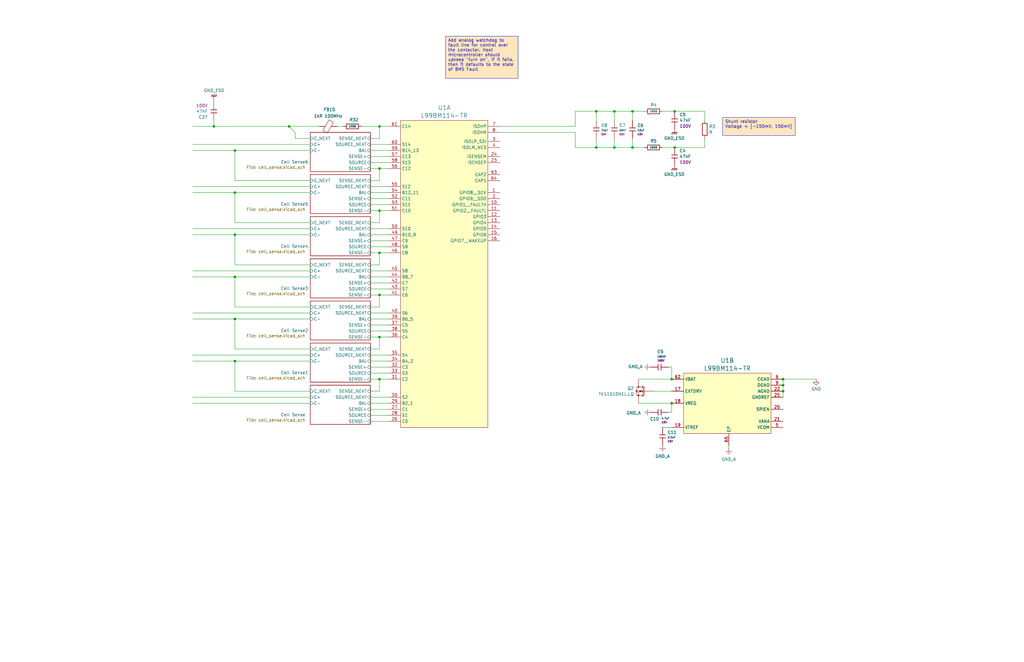
<source format=kicad_sch>
(kicad_sch (version 20250114) (generator "eeschema") (generator_version "9.0")
  (paper "B")
  (lib_symbols
    (symbol "Device:R" (pin_numbers (hide yes)) (pin_names (offset 0))
      (property "Reference" "R" (at 2.032 0 90))
      (property "Value" "R" (at 0 0 90))
      (symbol "R_0_1"
        (rectangle (start -1.016 -2.54) (end 1.016 2.54) (stroke (width 0.254)))
      )
      (symbol "R_1_1"
        (pin passive line (at 0 3.81 270) (length 1.27) (name "~") (number "1"))
        (pin passive line (at 0 -3.81 90) (length 1.27) (name "~") (number "2"))
      )
    )
    (symbol "L99BM114-TR_1"
      (property "Reference" "U" (at -17.526 -67.818 0))
      (property "Value" "L99BM114-TR" (at 19.304 -49.784 0))
      (symbol "L99BM114-TR_1_1_0"
        (rectangle (start -17.78 49.53) (end 19.05 -80.01) (stroke (width 0) (color 128 0 0 1)) (fill (type background)))
        (pin passive line (at -22.86 46.99 0) (length 5.08) (name "C14") (number "61"))
        (pin passive line (at -22.86 39.37 0) (length 5.08) (name "S14") (number "60"))
        (pin passive line (at -22.86 36.83 0) (length 5.08) (name "B14_13") (number "59"))
        (pin passive line (at -22.86 34.29 0) (length 5.08) (name "C13") (number "57"))
        (pin passive line (at -22.86 31.75 0) (length 5.08) (name "S13") (number "58"))
        (pin passive line (at -22.86 29.21 0) (length 5.08) (name "C12") (number "56"))
        (pin passive line (at -22.86 21.59 0) (length 5.08) (name "S12") (number "55"))
        (pin passive line (at -22.86 19.05 0) (length 5.08) (name "B12_11") (number "54"))
        (pin passive line (at -22.86 16.51 0) (length 5.08) (name "C11") (number "52"))
        (pin passive line (at -22.86 13.97 0) (length 5.08) (name "S11") (number "53"))
        (pin passive line (at -22.86 11.43 0) (length 5.08) (name "C10") (number "51"))
        (pin passive line (at -22.86 3.81 0) (length 5.08) (name "S10") (number "50"))
        (pin passive line (at -22.86 1.27 0) (length 5.08) (name "B10_9") (number "49"))
        (pin passive line (at -22.86 -1.27 0) (length 5.08) (name "C9") (number "47"))
        (pin passive line (at -22.86 -3.81 0) (length 5.08) (name "S9") (number "48"))
        (pin passive line (at -22.86 -6.35 0) (length 5.08) (name "C8") (number "46"))
        (pin passive line (at -22.86 -13.97 0) (length 5.08) (name "S8") (number "45"))
        (pin passive line (at -22.86 -16.51 0) (length 5.08) (name "B8_7") (number "44"))
        (pin passive line (at -22.86 -19.05 0) (length 5.08) (name "C7") (number "42"))
        (pin passive line (at -22.86 -21.59 0) (length 5.08) (name "S7") (number "43"))
        (pin passive line (at -22.86 -24.13 0) (length 5.08) (name "C6") (number "41"))
        (pin passive line (at -22.86 -31.75 0) (length 5.08) (name "S6") (number "40"))
        (pin passive line (at -22.86 -34.29 0) (length 5.08) (name "B6_5") (number "39"))
        (pin passive line (at -22.86 -36.83 0) (length 5.08) (name "C5") (number "37"))
        (pin passive line (at -22.86 -39.37 0) (length 5.08) (name "S5") (number "38"))
        (pin passive line (at -22.86 -41.91 0) (length 5.08) (name "C4") (number "36"))
        (pin passive line (at -22.86 -49.53 0) (length 5.08) (name "S4") (number "35"))
        (pin passive line (at -22.86 -52.07 0) (length 5.08) (name "B4_3") (number "34"))
        (pin passive line (at -22.86 -54.61 0) (length 5.08) (name "C3") (number "32"))
        (pin passive line (at -22.86 -57.15 0) (length 5.08) (name "S3") (number "33"))
        (pin passive line (at -22.86 -59.69 0) (length 5.08) (name "C2") (number "31"))
        (pin passive line (at -22.86 -67.31 0) (length 5.08) (name "S2") (number "30"))
        (pin passive line (at -22.86 -69.85 0) (length 5.08) (name "B2_1") (number "29"))
        (pin passive line (at -22.86 -72.39 0) (length 5.08) (name "C1") (number "27"))
        (pin passive line (at -22.86 -74.93 0) (length 5.08) (name "S1") (number "28"))
        (pin passive line (at -22.86 -77.47 0) (length 5.08) (name "C0") (number "26"))
        (pin passive line (at 24.13 46.99 180) (length 5.08) (name "ISOHP") (number "7"))
        (pin passive line (at 24.13 44.45 180) (length 5.08) (name "ISOHM") (number "8"))
        (pin passive line (at 24.13 40.64 180) (length 5.08) (name "ISOLP_SDI") (number "3"))
        (pin passive line (at 24.13 38.1 180) (length 5.08) (name "ISOLM_NCS") (number "4"))
        (pin passive line (at 24.13 34.29 180) (length 5.08) (name "ISENSEM") (number "24"))
        (pin passive line (at 24.13 31.75 180) (length 5.08) (name "ISENSEP") (number "23"))
        (pin passive line (at 24.13 26.67 180) (length 5.08) (name "CAP2") (number "63"))
        (pin passive line (at 24.13 24.13 180) (length 5.08) (name "CAP1") (number "64"))
        (pin passive line (at 24.13 19.05 180) (length 5.08) (name "GPIO8__SCK") (number "1"))
        (pin passive line (at 24.13 16.51 180) (length 5.08) (name "GPIO9__SDO") (number "2"))
        (pin passive line (at 24.13 13.97 180) (length 5.08) (name "GPIO1__FAULTH") (number "10"))
        (pin passive line (at 24.13 11.43 180) (length 5.08) (name "GPIO2__FAULTL") (number "11"))
        (pin passive line (at 24.13 8.89 180) (length 5.08) (name "GPIO3") (number "12"))
        (pin passive line (at 24.13 6.35 180) (length 5.08) (name "GPIO4") (number "13"))
        (pin passive line (at 24.13 3.81 180) (length 5.08) (name "GPIO5") (number "14"))
        (pin passive line (at 24.13 1.27 180) (length 5.08) (name "GPIO6") (number "15"))
        (pin passive line (at 24.13 -1.27 180) (length 5.08) (name "GPIO7__WAKEUP") (number "16"))
      )
      (symbol "L99BM114-TR_1_2_0"
        (rectangle (start -19.05 12.7) (end 17.78 -12.7) (stroke (width 0) (color 128 0 0 1)) (fill (type background)))
        (pin passive line (at -24.13 10.16 0) (length 5.08) (name "VBAT") (number "62"))
        (pin passive line (at -24.13 5.08 0) (length 5.08) (name "EXTDRV") (number "17"))
        (pin passive line (at -24.13 0 0) (length 5.08) (name "VREG") (number "18"))
        (pin passive line (at -24.13 -10.16 0) (length 5.08) (name "VTREF") (number "19"))
        (pin passive line (at 0 -17.78 90) (length 5.08) (name "EP") (number "65"))
        (pin passive line (at 22.86 10.16 180) (length 5.08) (name "CGND") (number "6"))
        (pin passive line (at 22.86 7.62 180) (length 5.08) (name "DGND") (number "9"))
        (pin passive line (at 22.86 5.08 180) (length 5.08) (name "AGND") (number "22"))
        (pin passive line (at 22.86 2.54 180) (length 5.08) (name "GNDREF") (number "25"))
        (pin passive line (at 22.86 -2.54 180) (length 5.08) (name "SPIEN") (number "20"))
        (pin passive line (at 22.86 -7.62 180) (length 5.08) (name "VANA") (number "21"))
        (pin passive line (at 22.86 -10.16 180) (length 5.08) (name "VCOM") (number "5"))
      )
    )
    (symbol "PCM_JLCPCB-Capacitors:0402,33pF" (pin_numbers (hide yes)) (pin_names (offset 0))
      (property "Reference" "C" (at 2.032 1.668 0))
      (property "Value" "33pF" (at 2.032 -0.3782 0))
      (property "Voltage Rated" "50V" (at 2.032 -2.0462 0))
      (symbol "0402,33pF_0_1"
        (polyline (pts (xy -1.27 0.635) (xy 1.27 0.635)) (stroke (width 0.254)))
        (polyline (pts (xy -1.27 -0.635) (xy 1.27 -0.635)) (stroke (width 0.254)))
      )
      (symbol "0402,33pF_1_1"
        (pin passive line (at 0 3.81 270) (length 3.175) (name "~") (number "1"))
        (pin passive line (at 0 -3.81 90) (length 3.175) (name "~") (number "2"))
      )
    )
    (symbol "PCM_JLCPCB-Capacitors:0603,10uF" (pin_numbers (hide yes)) (pin_names (offset 0))
      (property "Reference" "C" (at 2.032 1.668 0))
      (property "Value" "10uF" (at 2.032 -0.3782 0))
      (property "Voltage Rated" "10V" (at 2.032 -2.0462 0))
      (symbol "0603,10uF_0_1"
        (polyline (pts (xy -1.27 0.635) (xy 1.27 0.635)) (stroke (width 0.254)))
        (polyline (pts (xy -1.27 -0.635) (xy 1.27 -0.635)) (stroke (width 0.254)))
      )
      (symbol "0603,10uF_1_1"
        (pin passive line (at 0 3.81 270) (length 3.175) (name "~") (number "1"))
        (pin passive line (at 0 -3.81 90) (length 3.175) (name "~") (number "2"))
      )
    )
    (symbol "PCM_JLCPCB-Capacitors:0603,2.2uF" (pin_numbers (hide yes)) (pin_names (offset 0))
      (property "Reference" "C" (at 2.032 1.668 0))
      (property "Value" "2.2uF" (at 2.032 -0.3782 0))
      (property "Voltage Rated" "16V" (at 2.032 -2.0462 0))
      (symbol "0603,2.2uF_0_1"
        (polyline (pts (xy -1.27 0.635) (xy 1.27 0.635)) (stroke (width 0.254)))
        (polyline (pts (xy -1.27 -0.635) (xy 1.27 -0.635)) (stroke (width 0.254)))
      )
      (symbol "0603,2.2uF_1_1"
        (pin passive line (at 0 3.81 270) (length 3.175) (name "~") (number "1"))
        (pin passive line (at 0 -3.81 90) (length 3.175) (name "~") (number "2"))
      )
    )
    (symbol "PCM_JLCPCB-Capacitors:0603,4.7uF" (pin_numbers (hide yes)) (pin_names (offset 0))
      (property "Reference" "C" (at 2.032 1.668 0))
      (property "Value" "4.7uF" (at 2.032 -0.3782 0))
      (property "Voltage Rated" "16V" (at 2.032 -2.0462 0))
      (symbol "0603,4.7uF_0_1"
        (polyline (pts (xy -1.27 0.635) (xy 1.27 0.635)) (stroke (width 0.254)))
        (polyline (pts (xy -1.27 -0.635) (xy 1.27 -0.635)) (stroke (width 0.254)))
      )
      (symbol "0603,4.7uF_1_1"
        (pin passive line (at 0 3.81 270) (length 3.175) (name "~") (number "1"))
        (pin passive line (at 0 -3.81 90) (length 3.175) (name "~") (number "2"))
      )
    )
    (symbol "PCM_JLCPCB-Capacitors:0603,68nF" (pin_numbers (hide yes)) (pin_names (offset 0))
      (property "Reference" "C" (at 2.032 1.668 0))
      (property "Value" "68nF" (at 2.032 -0.3782 0))
      (property "Voltage Rated" "50V" (at 2.032 -2.0462 0))
      (symbol "0603,68nF_0_1"
        (polyline (pts (xy -1.27 0.635) (xy 1.27 0.635)) (stroke (width 0.254)))
        (polyline (pts (xy -1.27 -0.635) (xy 1.27 -0.635)) (stroke (width 0.254)))
      )
      (symbol "0603,68nF_1_1"
        (pin passive line (at 0 3.81 270) (length 3.175) (name "~") (number "1"))
        (pin passive line (at 0 -3.81 90) (length 3.175) (name "~") (number "2"))
      )
    )
    (symbol "PCM_JLCPCB-Capacitors:0805,100nF" (pin_numbers (hide yes)) (pin_names (offset 0))
      (property "Reference" "C" (at 2.032 1.668 0))
      (property "Value" "100nF" (at 2.032 -0.3782 0))
      (property "Voltage Rated" "100V" (at 2.032 -2.0462 0))
      (symbol "0805,100nF_0_1"
        (polyline (pts (xy -1.27 0.635) (xy 1.27 0.635)) (stroke (width 0.254)))
        (polyline (pts (xy -1.27 -0.635) (xy 1.27 -0.635)) (stroke (width 0.254)))
      )
      (symbol "0805,100nF_1_1"
        (pin passive line (at 0 3.81 270) (length 3.175) (name "~") (number "1"))
        (pin passive line (at 0 -3.81 90) (length 3.175) (name "~") (number "2"))
      )
    )
    (symbol "PCM_JLCPCB-Resistors:0402,100Ω" (pin_numbers (hide yes)) (pin_names (offset 0))
      (property "Reference" "R" (at 1.778 0 0))
      (property "Value" "100Ω" (at 0 0 90))
      (symbol "0402,100Ω_0_1"
        (rectangle (start -1.016 2.54) (end 1.016 -2.54) (stroke (width 0.254)))
      )
      (symbol "0402,100Ω_1_1"
        (pin passive line (at 0 3.81 270) (length 1.27) (name "~") (number "1"))
        (pin passive line (at 0 -3.81 90) (length 1.27) (name "~") (number "2"))
      )
    )
    (symbol "ct_lib:CC0603KRX7R0BB473" (pin_numbers (hide yes)) (pin_names (offset 0) (hide yes))
      (property "Reference" "C" (at 0 0 0))
      (property "Value" "47nF" (at 0 0 0))
      (property "Voltage Rated" "100V" (at 0 0 0))
      (symbol "CC0603KRX7R0BB473_0_1"
        (polyline (pts (xy -1.27 0.635) (xy 1.27 0.635)) (stroke (width 0.254)))
        (polyline (pts (xy -1.27 -0.635) (xy 1.27 -0.635)) (stroke (width 0.254)))
      )
      (symbol "CC0603KRX7R0BB473_1_1"
        (pin passive line (at 0 3.81 270) (length 3.175) (name "~") (number "1"))
        (pin passive line (at 0 -3.81 90) (length 3.175) (name "~") (number "2"))
      )
    )
    (symbol "ct_lib:L99BM114-TR"
      (property "Reference" "U" (at -17.526 -50.038 0))
      (property "Value" "L99BM114-TR" (at 19.304 -49.784 0))
      (symbol "L99BM114-TR_1_0"
        (rectangle (start -17.78 46.99) (end 19.05 -46.99) (stroke (width 0) (color 128 0 0 1)) (fill (type background)))
        (pin passive line (at -22.86 44.45 0) (length 5.08) (name "C14") (number "61"))
        (pin passive line (at -22.86 41.91 0) (length 5.08) (name "S14") (number "60"))
        (pin passive line (at -22.86 39.37 0) (length 5.08) (name "B14_13") (number "59"))
        (pin passive line (at -22.86 36.83 0) (length 5.08) (name "C13") (number "57"))
        (pin passive line (at -22.86 34.29 0) (length 5.08) (name "S13") (number "58"))
        (pin passive line (at -22.86 31.75 0) (length 5.08) (name "C12") (number "56"))
        (pin passive line (at -22.86 29.21 0) (length 5.08) (name "S12") (number "55"))
        (pin passive line (at -22.86 26.67 0) (length 5.08) (name "B12_11") (number "54"))
        (pin passive line (at -22.86 24.13 0) (length 5.08) (name "C11") (number "52"))
        (pin passive line (at -22.86 21.59 0) (length 5.08) (name "S11") (number "53"))
        (pin passive line (at -22.86 19.05 0) (length 5.08) (name "C10") (number "51"))
        (pin passive line (at -22.86 16.51 0) (length 5.08) (name "S10") (number "50"))
        (pin passive line (at -22.86 13.97 0) (length 5.08) (name "B10_9") (number "49"))
        (pin passive line (at -22.86 11.43 0) (length 5.08) (name "C9") (number "47"))
        (pin passive line (at -22.86 8.89 0) (length 5.08) (name "S9") (number "48"))
        (pin passive line (at -22.86 6.35 0) (length 5.08) (name "C8") (number "46"))
        (pin passive line (at -22.86 3.81 0) (length 5.08) (name "S8") (number "45"))
        (pin passive line (at -22.86 1.27 0) (length 5.08) (name "B8_7") (number "44"))
        (pin passive line (at -22.86 -1.27 0) (length 5.08) (name "C7") (number "42"))
        (pin passive line (at -22.86 -3.81 0) (length 5.08) (name "S7") (number "43"))
        (pin passive line (at -22.86 -6.35 0) (length 5.08) (name "C6") (number "41"))
        (pin passive line (at -22.86 -8.89 0) (length 5.08) (name "S6") (number "40"))
        (pin passive line (at -22.86 -11.43 0) (length 5.08) (name "B6_5") (number "39"))
        (pin passive line (at -22.86 -13.97 0) (length 5.08) (name "C5") (number "37"))
        (pin passive line (at -22.86 -16.51 0) (length 5.08) (name "S5") (number "38"))
        (pin passive line (at -22.86 -19.05 0) (length 5.08) (name "C4") (number "36"))
        (pin passive line (at -22.86 -21.59 0) (length 5.08) (name "S4") (number "35"))
        (pin passive line (at -22.86 -24.13 0) (length 5.08) (name "B4_3") (number "34"))
        (pin passive line (at -22.86 -26.67 0) (length 5.08) (name "C3") (number "32"))
        (pin passive line (at -22.86 -29.21 0) (length 5.08) (name "S3") (number "33"))
        (pin passive line (at -22.86 -31.75 0) (length 5.08) (name "C2") (number "31"))
        (pin passive line (at -22.86 -34.29 0) (length 5.08) (name "S2") (number "30"))
        (pin passive line (at -22.86 -36.83 0) (length 5.08) (name "B2_1") (number "29"))
        (pin passive line (at -22.86 -39.37 0) (length 5.08) (name "C1") (number "27"))
        (pin passive line (at -22.86 -41.91 0) (length 5.08) (name "S1") (number "28"))
        (pin passive line (at -22.86 -44.45 0) (length 5.08) (name "C0") (number "26"))
        (pin passive line (at 24.13 43.18 180) (length 5.08) (name "ISOHP") (number "7"))
        (pin passive line (at 24.13 40.64 180) (length 5.08) (name "ISOHM") (number "8"))
        (pin passive line (at 24.13 36.83 180) (length 5.08) (name "ISOLP_SDI") (number "3"))
        (pin passive line (at 24.13 34.29 180) (length 5.08) (name "ISOLM_NCS") (number "4"))
        (pin passive line (at 24.13 30.48 180) (length 5.08) (name "ISENSEM") (number "24"))
        (pin passive line (at 24.13 27.94 180) (length 5.08) (name "ISENSEP") (number "23"))
        (pin passive line (at 24.13 22.86 180) (length 5.08) (name "CAP2") (number "63"))
        (pin passive line (at 24.13 20.32 180) (length 5.08) (name "CAP1") (number "64"))
        (pin passive line (at 24.13 15.24 180) (length 5.08) (name "GPIO8__SCK") (number "1"))
        (pin passive line (at 24.13 12.7 180) (length 5.08) (name "GPIO9__SDO") (number "2"))
        (pin passive line (at 24.13 10.16 180) (length 5.08) (name "GPIO1__FAULTH") (number "10"))
        (pin passive line (at 24.13 7.62 180) (length 5.08) (name "GPIO2__FAULTL") (number "11"))
        (pin passive line (at 24.13 5.08 180) (length 5.08) (name "GPIO3") (number "12"))
        (pin passive line (at 24.13 2.54 180) (length 5.08) (name "GPIO4") (number "13"))
        (pin passive line (at 24.13 0 180) (length 5.08) (name "GPIO5") (number "14"))
        (pin passive line (at 24.13 -2.54 180) (length 5.08) (name "GPIO6") (number "15"))
        (pin passive line (at 24.13 -5.08 180) (length 5.08) (name "GPIO7__WAKEUP") (number "16"))
      )
      (symbol "L99BM114-TR_2_0"
        (rectangle (start -19.05 12.7) (end 17.78 -12.7) (stroke (width 0) (color 128 0 0 1)) (fill (type background)))
        (pin passive line (at -24.13 10.16 0) (length 5.08) (name "VBAT") (number "62"))
        (pin passive line (at -24.13 5.08 0) (length 5.08) (name "EXTDRV") (number "17"))
        (pin passive line (at -24.13 0 0) (length 5.08) (name "VREG") (number "18"))
        (pin passive line (at -24.13 -10.16 0) (length 5.08) (name "VTREF") (number "19"))
        (pin passive line (at 0 -17.78 90) (length 5.08) (name "EP") (number "65"))
        (pin passive line (at 22.86 10.16 180) (length 5.08) (name "CGND") (number "6"))
        (pin passive line (at 22.86 7.62 180) (length 5.08) (name "DGND") (number "9"))
        (pin passive line (at 22.86 5.08 180) (length 5.08) (name "AGND") (number "22"))
        (pin passive line (at 22.86 2.54 180) (length 5.08) (name "GNDREF") (number "25"))
        (pin passive line (at 22.86 -2.54 180) (length 5.08) (name "SPIEN") (number "20"))
        (pin passive line (at 22.86 -7.62 180) (length 5.08) (name "VANA") (number "21"))
        (pin passive line (at 22.86 -10.16 180) (length 5.08) (name "VCOM") (number "5"))
      )
    )
    (symbol "ct_lib:MPZ2012S102ATD25" (pin_numbers (hide yes)) (pin_names (offset 0) (hide yes))
      (property "Reference" "FB" (at 0 0 0))
      (property "Value" "1kR 100MHz" (at 0 0 0))
      (symbol "MPZ2012S102ATD25_0_1"
        (polyline (pts (xy -2.7686 0.4064) (xy -1.7018 2.2606) (xy 2.7686 -0.3048) (xy 1.6764 -2.159) (xy -2.7686 0.4064)))
        (polyline (pts (xy 0 1.27) (xy 0 1.2954)))
        (polyline (pts (xy 0 -1.27) (xy 0 -1.2192)))
      )
      (symbol "MPZ2012S102ATD25_1_1"
        (pin passive line (at 0 3.81 270) (length 2.54) (name "~") (number "1"))
        (pin passive line (at 0 -3.81 90) (length 2.54) (name "~") (number "2"))
      )
    )
    (symbol "ct_lib:TK11S10N1L,LQ" (pin_numbers (hide yes)) (pin_names (offset 0) (hide yes))
      (property "Reference" "Q" (at 1.27 0 0))
      (property "Value" "TK11S10N1L,LQ" (at 0 0 0))
      (symbol "TK11S10N1L,LQ_0_1"
        (polyline (pts (xy 0.254 1.905) (xy 0.254 -1.905)) (stroke (width 0.254)))
        (polyline (pts (xy 0.254 0) (xy -1.27 0)))
        (polyline (pts (xy 0.762 2.286) (xy 0.762 1.27)) (stroke (width 0.254)))
        (polyline (pts (xy 0.762 0.508) (xy 0.762 -0.508)) (stroke (width 0.254)))
        (polyline (pts (xy 0.762 -1.27) (xy 0.762 -2.286)) (stroke (width 0.254)))
        (polyline (pts (xy 0.762 -1.778) (xy 3.302 -1.778) (xy 3.302 1.778) (xy 0.762 1.778)))
        (polyline (pts (xy 1.016 0) (xy 2.032 0.381) (xy 2.032 -0.381) (xy 1.016 0)) (fill (type outline)))
        (polyline (pts (xy 2.54 2.54) (xy 2.54 1.778)))
        (circle (center 2.54 1.778) (radius 0.254) (fill (type outline)))
        (circle (center 2.54 -1.778) (radius 0.254) (fill (type outline)))
        (polyline (pts (xy 2.54 -2.54) (xy 2.54 0) (xy 0.762 0)))
        (polyline (pts (xy 2.794 0.508) (xy 2.921 0.381) (xy 3.683 0.381) (xy 3.81 0.254)))
        (polyline (pts (xy 3.302 0.381) (xy 2.921 -0.254) (xy 3.683 -0.254) (xy 3.302 0.381)))
      )
      (symbol "TK11S10N1L,LQ_1_1"
        (pin input line (at -3.81 0 0) (length 2.54) (name "G") (number "1"))
        (pin passive line (at 2.54 5.08 270) (length 2.54) (name "D") (number "3"))
        (pin passive line (at 2.54 -5.08 90) (length 2.54) (name "S") (number "2"))
      )
    )
    (symbol "power:GND" (power) (pin_numbers (hide yes)) (pin_names (offset 0) (hide yes))
      (property "Value" "GND" (at 0 -3.81 0))
      (symbol "GND_0_1"
        (polyline (pts (xy 0 0) (xy 0 -1.27) (xy 1.27 -1.27) (xy 0 -2.54) (xy -1.27 -1.27) (xy 0 -1.27)))
      )
      (symbol "GND_1_1"
        (pin power_in line (at 0 0 270) (length 0) (name "~") (number "1"))
      )
    )
    (symbol "power:GNDPWR" (power) (pin_numbers (hide yes)) (pin_names (offset 0) (hide yes))
      (property "Value" "GNDPWR" (at 0 -3.302 0))
      (symbol "GNDPWR_0_1"
        (polyline (pts (xy -1.016 -1.27) (xy -1.27 -2.032) (xy -1.27 -2.032)) (stroke (width 0.2032)))
        (polyline (pts (xy -0.508 -1.27) (xy -0.762 -2.032) (xy -0.762 -2.032)) (stroke (width 0.2032)))
        (polyline (pts (xy 0 -1.27) (xy 0 0)))
        (polyline (pts (xy 0 -1.27) (xy -0.254 -2.032) (xy -0.254 -2.032)) (stroke (width 0.2032)))
        (polyline (pts (xy 0.508 -1.27) (xy 0.254 -2.032) (xy 0.254 -2.032)) (stroke (width 0.2032)))
        (polyline (pts (xy 1.016 -1.27) (xy -1.016 -1.27) (xy -1.016 -1.27)) (stroke (width 0.2032)))
        (polyline (pts (xy 1.016 -1.27) (xy 0.762 -2.032) (xy 0.762 -2.032) (xy 0.762 -2.032)) (stroke (width 0.2032)))
      )
      (symbol "GNDPWR_1_1"
        (pin power_in line (at 0 0 270) (length 0) (name "~") (number "1"))
      )
    )
    (symbol "power:GNDREF" (power) (pin_numbers (hide yes)) (pin_names (offset 0) (hide yes))
      (property "Value" "GNDREF" (at 0 -3.81 0))
      (symbol "GNDREF_0_1"
        (polyline (pts (xy -0.635 -1.905) (xy 0.635 -1.905)))
        (polyline (pts (xy -0.127 -2.54) (xy 0.127 -2.54)))
        (polyline (pts (xy 0 -1.27) (xy 0 0)))
        (polyline (pts (xy 1.27 -1.27) (xy -1.27 -1.27)))
      )
      (symbol "GNDREF_1_1"
        (pin power_in line (at 0 0 270) (length 0) (name "~") (number "1"))
      )
    )
  )
  (text_box "Shunt resistor\nVoltage = [-150mV, 150mV]\n" (at 304.8 49.53 0) (size 30.48 7.62) (margins 0.9525 0.9525 0.9525 0.9525) (fill (type color) (color 255 230 191 1)) (effects (font (size 1.27 1.27)) (justify left top)))
  (text_box "Add analog watchdog to fault line for control over the contactor. Host microcontroller should upkeep \"turn on\", if it fails, then it defaults to the state of BMS Fault" (at 187.96 15.24 0) (size 30.48 17.78) (margins 0.9525 0.9525 0.9525 0.9525) (fill (type color) (color 255 230 191 1)) (effects (font (size 1.27 1.27)) (justify left top)))
  (junction (at 160.02 106.68))
  (junction (at 283.21 170.18))
  (junction (at 99.06 63.5))
  (junction (at 330.2 165.1))
  (junction (at 160.02 124.46))
  (junction (at 251.46 46.99))
  (junction (at 90.17 53.34))
  (junction (at 99.06 81.28))
  (junction (at 251.46 62.23))
  (junction (at 266.7 46.99))
  (junction (at 283.21 160.02))
  (junction (at 99.06 99.06))
  (junction (at 330.2 160.02))
  (junction (at 121.92 53.34))
  (junction (at 160.02 88.9))
  (junction (at 160.02 53.34))
  (junction (at 160.02 160.02))
  (junction (at 99.06 116.84))
  (junction (at 160.02 71.12))
  (junction (at 259.08 46.99))
  (junction (at 99.06 152.4))
  (junction (at 284.48 62.23))
  (junction (at 266.7 62.23))
  (junction (at 284.48 46.99))
  (junction (at 160.02 142.24))
  (junction (at 330.2 162.56))
  (junction (at 259.08 62.23))
  (junction (at 99.06 134.62))
  (bus_entry (at 124.46 55.88) (size -2.54 -2.54))
  (wire (pts (xy 160.02 58.42) (xy 160.02 53.34)))
  (wire (pts (xy 81.28 149.86) (xy 130.81 149.86)))
  (wire (pts (xy 81.28 167.64) (xy 130.81 167.64)))
  (wire (pts (xy 99.06 76.2) (xy 99.06 63.5)))
  (wire (pts (xy 160.02 53.34) (xy 163.83 53.34)))
  (wire (pts (xy 156.21 104.14) (xy 163.83 104.14)))
  (wire (pts (xy 259.08 50.8) (xy 259.08 46.99)))
  (wire (pts (xy 242.57 62.23) (xy 251.46 62.23)))
  (wire (pts (xy 266.7 58.42) (xy 266.7 62.23)))
  (wire (pts (xy 81.28 78.74) (xy 130.81 78.74)))
  (wire (pts (xy 266.7 50.8) (xy 266.7 46.99)))
  (wire (pts (xy 156.21 111.76) (xy 160.02 111.76)))
  (wire (pts (xy 156.21 132.08) (xy 163.83 132.08)))
  (wire (pts (xy 156.21 157.48) (xy 163.83 157.48)))
  (wire (pts (xy 279.4 180.34) (xy 283.21 180.34)))
  (wire (pts (xy 81.28 81.28) (xy 99.06 81.28)))
  (wire (pts (xy 283.21 173.99) (xy 281.94 173.99)))
  (wire (pts (xy 259.08 62.23) (xy 266.7 62.23)))
  (wire (pts (xy 259.08 46.99) (xy 266.7 46.99)))
  (wire (pts (xy 160.02 160.02) (xy 160.02 165.1)))
  (wire (pts (xy 156.21 66.04) (xy 163.83 66.04)))
  (wire (pts (xy 242.57 46.99) (xy 251.46 46.99)))
  (wire (pts (xy 99.06 129.54) (xy 99.06 116.84)))
  (wire (pts (xy 156.21 86.36) (xy 163.83 86.36)))
  (wire (pts (xy 81.28 152.4) (xy 99.06 152.4)))
  (wire (pts (xy 269.24 170.18) (xy 283.21 170.18)))
  (wire (pts (xy 156.21 175.26) (xy 163.83 175.26)))
  (wire (pts (xy 156.21 147.32) (xy 160.02 147.32)))
  (wire (pts (xy 251.46 62.23) (xy 259.08 62.23)))
  (wire (pts (xy 156.21 114.3) (xy 163.83 114.3)))
  (wire (pts (xy 99.06 152.4) (xy 130.81 152.4)))
  (wire (pts (xy 99.06 99.06) (xy 130.81 99.06)))
  (wire (pts (xy 156.21 170.18) (xy 163.83 170.18)))
  (wire (pts (xy 160.02 142.24) (xy 160.02 147.32)))
  (wire (pts (xy 81.28 134.62) (xy 99.06 134.62)))
  (wire (pts (xy 156.21 172.72) (xy 163.83 172.72)))
  (wire (pts (xy 297.18 46.99) (xy 297.18 50.8)))
  (wire (pts (xy 156.21 177.8) (xy 163.83 177.8)))
  (wire (pts (xy 156.21 160.02) (xy 160.02 160.02)))
  (wire (pts (xy 160.02 88.9) (xy 160.02 93.98)))
  (wire (pts (xy 266.7 62.23) (xy 271.78 62.23)))
  (wire (pts (xy 269.24 160.02) (xy 283.21 160.02)))
  (wire (pts (xy 99.06 81.28) (xy 130.81 81.28)))
  (wire (pts (xy 130.81 76.2) (xy 99.06 76.2)))
  (wire (pts (xy 130.81 93.98) (xy 99.06 93.98)))
  (wire (pts (xy 279.4 46.99) (xy 284.48 46.99)))
  (wire (pts (xy 156.21 139.7) (xy 163.83 139.7)))
  (wire (pts (xy 121.92 53.34) (xy 134.62 53.34)))
  (wire (pts (xy 160.02 71.12) (xy 160.02 76.2)))
  (wire (pts (xy 81.28 96.52) (xy 130.81 96.52)))
  (wire (pts (xy 330.2 165.1) (xy 330.2 167.64)))
  (wire (pts (xy 156.21 119.38) (xy 163.83 119.38)))
  (wire (pts (xy 156.21 83.82) (xy 163.83 83.82)))
  (wire (pts (xy 99.06 147.32) (xy 99.06 134.62)))
  (wire (pts (xy 81.28 99.06) (xy 99.06 99.06)))
  (wire (pts (xy 81.28 60.96) (xy 130.81 60.96)))
  (wire (pts (xy 259.08 58.42) (xy 259.08 62.23)))
  (wire (pts (xy 156.21 60.96) (xy 163.83 60.96)))
  (wire (pts (xy 156.21 152.4) (xy 163.83 152.4)))
  (wire (pts (xy 130.81 111.76) (xy 99.06 111.76)))
  (wire (pts (xy 156.21 96.52) (xy 163.83 96.52)))
  (wire (pts (xy 242.57 53.34) (xy 242.57 46.99)))
  (wire (pts (xy 156.21 129.54) (xy 160.02 129.54)))
  (wire (pts (xy 81.28 132.08) (xy 130.81 132.08)))
  (wire (pts (xy 156.21 101.6) (xy 163.83 101.6)))
  (wire (pts (xy 279.4 62.23) (xy 284.48 62.23)))
  (wire (pts (xy 156.21 167.64) (xy 163.83 167.64)))
  (wire (pts (xy 330.2 160.02) (xy 330.2 162.56)))
  (wire (pts (xy 99.06 111.76) (xy 99.06 99.06)))
  (wire (pts (xy 283.21 154.94) (xy 283.21 160.02)))
  (wire (pts (xy 210.82 55.88) (xy 242.57 55.88)))
  (wire (pts (xy 307.34 187.96) (xy 307.34 189.23)))
  (wire (pts (xy 156.21 58.42) (xy 160.02 58.42)))
  (wire (pts (xy 156.21 116.84) (xy 163.83 116.84)))
  (wire (pts (xy 130.81 147.32) (xy 99.06 147.32)))
  (wire (pts (xy 156.21 71.12) (xy 160.02 71.12)))
  (wire (pts (xy 99.06 116.84) (xy 130.81 116.84)))
  (wire (pts (xy 284.48 46.99) (xy 297.18 46.99)))
  (wire (pts (xy 156.21 99.06) (xy 163.83 99.06)))
  (wire (pts (xy 130.81 58.42) (xy 124.46 58.42)))
  (wire (pts (xy 160.02 106.68) (xy 160.02 111.76)))
  (wire (pts (xy 144.78 53.34) (xy 142.24 53.34)))
  (wire (pts (xy 284.48 62.23) (xy 297.18 62.23)))
  (wire (pts (xy 330.2 162.56) (xy 330.2 165.1)))
  (wire (pts (xy 330.2 160.02) (xy 344.17 160.02)))
  (wire (pts (xy 90.17 53.34) (xy 121.92 53.34)))
  (wire (pts (xy 81.28 53.34) (xy 90.17 53.34)))
  (wire (pts (xy 99.06 93.98) (xy 99.06 81.28)))
  (wire (pts (xy 81.28 116.84) (xy 99.06 116.84)))
  (wire (pts (xy 156.21 78.74) (xy 163.83 78.74)))
  (wire (pts (xy 81.28 63.5) (xy 99.06 63.5)))
  (wire (pts (xy 90.17 50.8) (xy 90.17 53.34)))
  (wire (pts (xy 156.21 149.86) (xy 163.83 149.86)))
  (wire (pts (xy 156.21 76.2) (xy 160.02 76.2)))
  (wire (pts (xy 160.02 124.46) (xy 163.83 124.46)))
  (wire (pts (xy 156.21 165.1) (xy 160.02 165.1)))
  (wire (pts (xy 160.02 142.24) (xy 163.83 142.24)))
  (wire (pts (xy 156.21 93.98) (xy 160.02 93.98)))
  (wire (pts (xy 156.21 154.94) (xy 163.83 154.94)))
  (wire (pts (xy 130.81 165.1) (xy 99.06 165.1)))
  (wire (pts (xy 99.06 165.1) (xy 99.06 152.4)))
  (wire (pts (xy 156.21 88.9) (xy 160.02 88.9)))
  (wire (pts (xy 81.28 114.3) (xy 130.81 114.3)))
  (wire (pts (xy 152.4 53.34) (xy 160.02 53.34)))
  (wire (pts (xy 99.06 134.62) (xy 130.81 134.62)))
  (wire (pts (xy 156.21 81.28) (xy 163.83 81.28)))
  (wire (pts (xy 281.94 154.94) (xy 283.21 154.94)))
  (wire (pts (xy 156.21 121.92) (xy 163.83 121.92)))
  (wire (pts (xy 156.21 142.24) (xy 160.02 142.24)))
  (wire (pts (xy 160.02 124.46) (xy 160.02 129.54)))
  (wire (pts (xy 156.21 137.16) (xy 163.83 137.16)))
  (wire (pts (xy 156.21 134.62) (xy 163.83 134.62)))
  (wire (pts (xy 160.02 160.02) (xy 163.83 160.02)))
  (wire (pts (xy 210.82 53.34) (xy 242.57 53.34)))
  (wire (pts (xy 251.46 50.8) (xy 251.46 46.99)))
  (wire (pts (xy 90.17 41.91) (xy 90.17 43.18)))
  (wire (pts (xy 297.18 62.23) (xy 297.18 58.42)))
  (wire (pts (xy 156.21 124.46) (xy 160.02 124.46)))
  (wire (pts (xy 242.57 55.88) (xy 242.57 62.23)))
  (wire (pts (xy 160.02 106.68) (xy 163.83 106.68)))
  (wire (pts (xy 275.59 165.1) (xy 283.21 165.1)))
  (wire (pts (xy 251.46 58.42) (xy 251.46 62.23)))
  (wire (pts (xy 283.21 170.18) (xy 283.21 173.99)))
  (wire (pts (xy 156.21 106.68) (xy 160.02 106.68)))
  (wire (pts (xy 130.81 129.54) (xy 99.06 129.54)))
  (wire (pts (xy 266.7 46.99) (xy 271.78 46.99)))
  (wire (pts (xy 160.02 88.9) (xy 163.83 88.9)))
  (wire (pts (xy 156.21 63.5) (xy 163.83 63.5)))
  (wire (pts (xy 81.28 170.18) (xy 130.81 170.18)))
  (wire (pts (xy 156.21 68.58) (xy 163.83 68.58)))
  (wire (pts (xy 99.06 63.5) (xy 130.81 63.5)))
  (wire (pts (xy 160.02 71.12) (xy 163.83 71.12)))
  (wire (pts (xy 124.46 58.42) (xy 124.46 55.88)))
  (wire (pts (xy 251.46 46.99) (xy 259.08 46.99)))
  (symbol (lib_id "ct_lib:L99BM114-TR") (at 307.34 170.18 0) (unit 2)
    (property "Reference" "U1" (at 306.705 152.1143 0) (effects (font (size 1.8288 1.8288))))
    (property "Value" "L99BM114-TR" (at 306.705 155.4374 0) (effects (font (size 1.8288 1.8288))))
    (property "Datasheet" "https://www.st.com/resource/en/datasheet/l99bm114.pdf" (effects (hide yes)))
    (property "Description" "Battery Multi-Function Controller IC Lithium Ion 64-TQFP-EP (10x10)" (effects (hide yes)))
    (property "MFG" "STMicroelectronics" (effects (hide yes)))
  )
  (symbol (lib_id "PCM_JLCPCB-Capacitors:0805,100nF") (at 278.13 154.94 270) (unit 1)
    (property "Reference" "C9" (at 277.114 148.4318 90) (effects (justify left)))
    (property "Value" "100nF" (at 277.114 150.478 90) (effects (font (size 0.8 0.8)) (justify left)))
    (property "Footprint" "PCM_JLCPCB:C_0805" (effects (hide yes)))
    (property "Datasheet" "https://www.lcsc.com/datasheet/lcsc_datasheet_2304140030_Samsung-Electro-Mechanics-CL21B104KCFNNNE_C28233.pdf" (effects (hide yes)))
    (property "Description" "100V 100nF X7R ±10% 0805 Multilayer Ceramic Capacitors MLCC - SMD/SMT ROHS" (effects (hide yes)))
    (property "LCSC" "C28233" (effects (hide yes)))
    (property "Stock" "1168020" (effects (hide yes)))
    (property "Price" "0.009USD" (effects (hide yes)))
    (property "Process" "SMT" (effects (hide yes)))
    (property "Minimum Qty" "20" (effects (hide yes)))
    (property "Attrition Qty" "10" (effects (hide yes)))
    (property "Class" "Basic Component" (effects (hide yes)))
    (property "Category" "Capacitors,Multilayer Ceramic Capacitors MLCC - SMD/SMT" (effects (hide yes)))
    (property "Manufacturer" "Samsung Electro-Mechanics" (effects (hide yes)))
    (property "Part" "CL21B104KCFNNNE" (effects (hide yes)))
    (property "Voltage Rated" "100V" (at 277.114 152.146 90) (effects (font (size 0.8 0.8)) (justify left)))
    (property "Tolerance" "±10%" (effects (hide yes)))
    (property "Capacitance" "100nF" (effects (hide yes)))
    (property "Temperature Coefficient" "X7R" (effects (hide yes)))
  )
  (symbol (lib_id "power:GNDREF") (at 274.32 173.99 270) (unit 1)
    (property "Reference" "#PWR06" (effects (hide yes)))
    (property "Value" "GND_A" (at 267.208 174.244 90))
    (property "Description" "Power symbol creates a global label with name \"GNDREF\" , reference supply ground" (effects (hide yes)))
  )
  (symbol (lib_id "power:GNDPWR") (at 90.17 41.91 180) (unit 1)
    (property "Reference" "#PWR022" (effects (hide yes)))
    (property "Value" "GND_ESD" (at 90.297 38.1833 0))
    (property "Description" "Power symbol creates a global label with name \"GNDPWR\" , global ground" (effects (hide yes)))
  )
  (symbol (lib_id "PCM_JLCPCB-Capacitors:0603,4.7uF") (at 278.13 173.99 90) (unit 1)
    (property "Reference" "C10" (at 274.066 176.784 90) (effects (justify right)))
    (property "Value" "4.7uF" (at 278.892 176.53 90) (effects (font (size 0.8 0.8)) (justify right)))
    (property "Footprint" "PCM_JLCPCB:C_0603" (effects (hide yes)))
    (property "Datasheet" "https://www.lcsc.com/datasheet/lcsc_datasheet_2304140030_Samsung-Electro-Mechanics-CL10A475KO8NNNC_C19666.pdf" (effects (hide yes)))
    (property "Description" "16V 4.7uF X5R ±10% 0603 Multilayer Ceramic Capacitors MLCC - SMD/SMT ROHS" (effects (hide yes)))
    (property "LCSC" "C19666" (effects (hide yes)))
    (property "Stock" "4246728" (effects (hide yes)))
    (property "Price" "0.013USD" (effects (hide yes)))
    (property "Process" "SMT" (effects (hide yes)))
    (property "Minimum Qty" "20" (effects (hide yes)))
    (property "Attrition Qty" "10" (effects (hide yes)))
    (property "Class" "Basic Component" (effects (hide yes)))
    (property "Category" "Capacitors,Multilayer Ceramic Capacitors MLCC - SMD/SMT" (effects (hide yes)))
    (property "Manufacturer" "Samsung Electro-Mechanics" (effects (hide yes)))
    (property "Part" "CL10A475KO8NNNC" (effects (hide yes)))
    (property "Voltage Rated" "16V" (at 278.892 178.198 90) (effects (font (size 0.8 0.8)) (justify right)))
    (property "Tolerance" "±10%" (effects (hide yes)))
    (property "Capacitance" "4.7uF" (effects (hide yes)))
    (property "Temperature Coefficient" "X5R" (effects (hide yes)))
  )
  (symbol (lib_id "PCM_JLCPCB-Capacitors:0603,10uF") (at 266.7 54.61 0) (unit 1)
    (property "Reference" "C6" (at 268.732 52.942 0) (effects (justify left)))
    (property "Value" "10uF" (at 268.732 54.9882 0) (effects (font (size 0.8 0.8)) (justify left)))
    (property "Footprint" "PCM_JLCPCB:C_0603" (effects (hide yes)))
    (property "Datasheet" "https://www.lcsc.com/datasheet/lcsc_datasheet_2304140030_Samsung-Electro-Mechanics-CL10A106KP8NNNC_C19702.pdf" (effects (hide yes)))
    (property "Description" "10V 10uF X5R ±10% 0603 Multilayer Ceramic Capacitors MLCC - SMD/SMT ROHS" (effects (hide yes)))
    (property "LCSC" "C19702" (effects (hide yes)))
    (property "Stock" "9881407" (effects (hide yes)))
    (property "Price" "0.009USD" (effects (hide yes)))
    (property "Process" "SMT" (effects (hide yes)))
    (property "Minimum Qty" "20" (effects (hide yes)))
    (property "Attrition Qty" "10" (effects (hide yes)))
    (property "Class" "Basic Component" (effects (hide yes)))
    (property "Category" "Capacitors,Multilayer Ceramic Capacitors MLCC - SMD/SMT" (effects (hide yes)))
    (property "Manufacturer" "Samsung Electro-Mechanics" (effects (hide yes)))
    (property "Part" "CL10A106KP8NNNC" (effects (hide yes)))
    (property "Voltage Rated" "10V" (at 268.732 56.6562 0) (effects (font (size 0.8 0.8)) (justify left)))
    (property "Tolerance" "±10%" (effects (hide yes)))
    (property "Capacitance" "10uF" (effects (hide yes)))
    (property "Temperature Coefficient" "X5R" (effects (hide yes)))
  )
  (symbol (lib_id "power:GNDPWR") (at 284.48 54.61 0) (unit 1)
    (property "Reference" "#PWR03" (effects (hide yes)))
    (property "Value" "GND_ESD" (at 284.353 58.3367 0))
    (property "Description" "Power symbol creates a global label with name \"GNDPWR\" , global ground" (effects (hide yes)))
  )
  (symbol (lib_id "ct_lib:CC0603KRX7R0BB473") (at 284.48 66.04 0) (unit 1)
    (property "Reference" "C4" (at 286.512 63.6157 0) (effects (justify left)))
    (property "Value" "47nF" (at 286.512 66.04 0) (effects (justify left)))
    (property "Description" "100V 47nF X7R ±10% 0603 Multilayer Ceramic Capacitors MLCC - SMD/SMT ROHS" (effects (hide yes)))
    (property "MFG" "YAGEO" (effects (hide yes)))
    (property "MPN" "CC0603KRX7R0BB473" (effects (hide yes)))
    (property "Tolerance" "10%" (effects (hide yes)))
    (property "Voltage Rated" "100V" (at 286.512 68.4643 0) (effects (justify left)))
  )
  (symbol (lib_id "PCM_JLCPCB-Capacitors:0402,33pF") (at 251.46 54.61 0) (unit 1)
    (property "Reference" "C8" (at 253.492 52.942 0) (effects (justify left)))
    (property "Value" "33pF" (at 253.492 54.9882 0) (effects (font (size 0.8 0.8)) (justify left)))
    (property "Footprint" "PCM_JLCPCB:C_0402" (effects (hide yes)))
    (property "Datasheet" "https://www.lcsc.com/datasheet/lcsc_datasheet_2304140030_FH--Guangdong-Fenghua-Advanced-Tech-0402CG330J500NT_C1562.pdf" (effects (hide yes)))
    (property "Description" "50V 33pF C0G ±5% 0402 Multilayer Ceramic Capacitors MLCC - SMD/SMT ROHS" (effects (hide yes)))
    (property "LCSC" "C1562" (effects (hide yes)))
    (property "Stock" "404899" (effects (hide yes)))
    (property "Price" "0.004USD" (effects (hide yes)))
    (property "Process" "SMT" (effects (hide yes)))
    (property "Minimum Qty" "20" (effects (hide yes)))
    (property "Attrition Qty" "10" (effects (hide yes)))
    (property "Class" "Basic Component" (effects (hide yes)))
    (property "Category" "Capacitors,Multilayer Ceramic Capacitors MLCC - SMD/SMT" (effects (hide yes)))
    (property "Manufacturer" "FH(Guangdong Fenghua Advanced Tech)" (effects (hide yes)))
    (property "Part" "0402CG330J500NT" (effects (hide yes)))
    (property "Voltage Rated" "50V" (at 253.492 56.6562 0) (effects (font (size 0.8 0.8)) (justify left)))
    (property "Tolerance" "±5%" (effects (hide yes)))
    (property "Capacitance" "33pF" (effects (hide yes)))
    (property "Temperature Coefficient" "C0G" (effects (hide yes)))
  )
  (symbol (lib_id "ct_lib:TK11S10N1L,LQ") (at 271.78 165.1 0) (mirror y) (unit 1)
    (property "Reference" "Q2" (at 267.335 163.8878 0) (effects (justify left)))
    (property "Value" "TK11S10N1L,LQ" (at 267.335 166.3121 0) (effects (justify left)))
    (property "Description" "-55℃~+175℃ 1 N-channel 100V 11A 15nC@10V 2.5V 23mΩ@10V 370pF 65W 67pF 850pF N-Channel DPAK MOSFETs ROHS" (effects (hide yes)))
    (property "MFG" "TOSHIBA" (effects (hide yes)))
    (property "MPN" "TK11S10N1L,LQ" (effects (hide yes)))
  )
  (symbol (lib_id "ct_lib:CC0603KRX7R0BB473") (at 90.17 46.99 0) (mirror x) (unit 1)
    (property "Reference" "C37" (at 87.63 49.4143 0) (effects (justify right)))
    (property "Value" "47nF" (at 87.63 46.99 0) (effects (justify right)))
    (property "Description" "100V 47nF X7R ±10% 0603 Multilayer Ceramic Capacitors MLCC - SMD/SMT ROHS" (effects (hide yes)))
    (property "Tolerance" "10%" (effects (hide yes)))
    (property "MFG" "YAGEO" (effects (hide yes)))
    (property "MPN" "CC0603KRX7R0BB473" (effects (hide yes)))
    (property "Voltage Rated" "100V" (at 87.63 44.5657 0) (effects (justify right)))
  )
  (symbol (lib_id "ct_lib:MPZ2012S102ATD25") (at 138.43 53.34 90) (unit 1)
    (property "Reference" "FB15" (at 138.938 46.228 90))
    (property "Value" "1kR 100MHz" (at 138.3792 48.9782 90))
    (property "Description" "1 kOhms @ 100 MHz 1 Power Line Ferrite Bead 0805 (2012 Metric) 1.5A 150mOhm" (effects (hide yes)))
    (property "MFG" "TDK Corporation" (effects (hide yes)))
    (property "MPN" "MPZ2012S102ATD25" (effects (hide yes)))
  )
  (symbol (lib_id "power:GNDREF") (at 307.34 189.23 0) (unit 1)
    (property "Reference" "#PWR09" (effects (hide yes)))
    (property "Value" "GND_A" (at 307.34 193.802 0))
    (property "Description" "Power symbol creates a global label with name \"GNDREF\" , reference supply ground" (effects (hide yes)))
  )
  (symbol (lib_id "power:GNDREF") (at 274.32 154.94 270) (unit 1)
    (property "Reference" "#PWR05" (effects (hide yes)))
    (property "Value" "GND_A" (at 267.97 154.686 90))
    (property "Description" "Power symbol creates a global label with name \"GNDREF\" , reference supply ground" (effects (hide yes)))
  )
  (symbol (lib_id "Device:R") (at 297.18 54.61 0) (unit 1)
    (property "Reference" "R3" (at 298.958 53.3978 0) (effects (justify left)))
    (property "Value" "R" (at 298.958 55.8221 0) (effects (justify left)))
    (property "Description" "Resistor" (effects (hide yes)))
  )
  (symbol (lib_id "PCM_JLCPCB-Resistors:0402,100Ω") (at 148.59 53.34 270) (mirror x) (unit 1)
    (property "Reference" "R32" (at 147.32 50.546 90) (effects (justify left)))
    (property "Value" "100Ω" (at 148.59 53.34 90) (effects (font (size 0.8 0.8))))
    (property "Footprint" "PCM_JLCPCB:R_0402" (effects (hide yes)))
    (property "Datasheet" "https://www.lcsc.com/datasheet/lcsc_datasheet_2205311900_UNI-ROYAL-Uniroyal-Elec-0402WGF1000TCE_C25076.pdf" (effects (hide yes)))
    (property "Description" "62.5mW Thick Film Resistors 50V ±1% ±200ppm/°C 100Ω 0402 Chip Resistor - Surface Mount ROHS" (effects (hide yes)))
    (property "LCSC" "C25076" (effects (hide yes)))
    (property "Stock" "5907585" (effects (hide yes)))
    (property "Price" "0.004USD" (effects (hide yes)))
    (property "Process" "SMT" (effects (hide yes)))
    (property "Minimum Qty" "20" (effects (hide yes)))
    (property "Attrition Qty" "10" (effects (hide yes)))
    (property "Class" "Basic Component" (effects (hide yes)))
    (property "Category" "Resistors,Chip Resistor - Surface Mount" (effects (hide yes)))
    (property "Manufacturer" "UNI-ROYAL(Uniroyal Elec)" (effects (hide yes)))
    (property "Part" "0402WGF1000TCE" (effects (hide yes)))
    (property "Resistance" "100Ω" (effects (hide yes)))
    (property "Power(Watts)" "62.5mW" (effects (hide yes)))
    (property "Type" "Thick Film Resistors" (effects (hide yes)))
    (property "Overload Voltage (Max)" "50V" (effects (hide yes)))
    (property "Operating Temperature Range" "-55°C~+155°C" (effects (hide yes)))
    (property "Tolerance" "±1%" (effects (hide yes)))
    (property "Temperature Coefficient" "±200ppm/°C" (effects (hide yes)))
  )
  (symbol (lib_id "power:GNDPWR") (at 284.48 69.85 0) (unit 1)
    (property "Reference" "#PWR04" (effects (hide yes)))
    (property "Value" "GND_ESD" (at 284.353 73.5767 0))
    (property "Description" "Power symbol creates a global label with name \"GNDPWR\" , global ground" (effects (hide yes)))
  )
  (symbol (lib_id "ct_lib:CC0603KRX7R0BB473") (at 284.48 50.8 0) (unit 1)
    (property "Reference" "C5" (at 286.512 48.3757 0) (effects (justify left)))
    (property "Value" "47nF" (at 286.512 50.8 0) (effects (justify left)))
    (property "Description" "100V 47nF X7R ±10% 0603 Multilayer Ceramic Capacitors MLCC - SMD/SMT ROHS" (effects (hide yes)))
    (property "MFG" "YAGEO" (effects (hide yes)))
    (property "MPN" "CC0603KRX7R0BB473" (effects (hide yes)))
    (property "Tolerance" "10%" (effects (hide yes)))
    (property "Voltage Rated" "100V" (at 286.512 53.2243 0) (effects (justify left)))
  )
  (symbol (lib_id "PCM_JLCPCB-Resistors:0402,100Ω") (at 275.59 46.99 90) (unit 1)
    (property "Reference" "R4" (at 275.59 44.2539 90))
    (property "Value" "100Ω" (at 275.59 46.99 90) (effects (font (size 0.8 0.8))))
    (property "Footprint" "PCM_JLCPCB:R_0402" (effects (hide yes)))
    (property "Datasheet" "https://www.lcsc.com/datasheet/lcsc_datasheet_2205311900_UNI-ROYAL-Uniroyal-Elec-0402WGF1000TCE_C25076.pdf" (effects (hide yes)))
    (property "Description" "62.5mW Thick Film Resistors 50V ±1% ±200ppm/°C 100Ω 0402 Chip Resistor - Surface Mount ROHS" (effects (hide yes)))
    (property "LCSC" "C25076" (effects (hide yes)))
    (property "Stock" "5907585" (effects (hide yes)))
    (property "Price" "0.004USD" (effects (hide yes)))
    (property "Process" "SMT" (effects (hide yes)))
    (property "Minimum Qty" "20" (effects (hide yes)))
    (property "Attrition Qty" "10" (effects (hide yes)))
    (property "Class" "Basic Component" (effects (hide yes)))
    (property "Category" "Resistors,Chip Resistor - Surface Mount" (effects (hide yes)))
    (property "Manufacturer" "UNI-ROYAL(Uniroyal Elec)" (effects (hide yes)))
    (property "Part" "0402WGF1000TCE" (effects (hide yes)))
    (property "Resistance" "100Ω" (effects (hide yes)))
    (property "Power(Watts)" "62.5mW" (effects (hide yes)))
    (property "Type" "Thick Film Resistors" (effects (hide yes)))
    (property "Overload Voltage (Max)" "50V" (effects (hide yes)))
    (property "Operating Temperature Range" "-55°C~+155°C" (effects (hide yes)))
    (property "Tolerance" "±1%" (effects (hide yes)))
    (property "Temperature Coefficient" "±200ppm/°C" (effects (hide yes)))
  )
  (symbol (lib_id "power:GND") (at 344.17 160.02 0) (unit 1)
    (property "Reference" "#PWR08" (effects (hide yes)))
    (property "Value" "GND" (at 344.17 164.1531 0))
    (property "Description" "Power symbol creates a global label with name \"GND\" , ground" (effects (hide yes)))
  )
  (symbol (lib_name "L99BM114-TR_1") (lib_id "ct_lib:L99BM114-TR") (at 186.69 100.33 0) (unit 1)
    (property "Reference" "U1" (at 187.325 45.4343 0) (effects (font (size 1.8288 1.8288))))
    (property "Value" "L99BM114-TR" (at 187.325 48.7574 0) (effects (font (size 1.8288 1.8288))))
    (property "Datasheet" "https://www.st.com/resource/en/datasheet/l99bm114.pdf" (effects (hide yes)))
    (property "Description" "Battery Multi-Function Controller IC Lithium Ion 64-TQFP-EP (10x10)" (effects (hide yes)))
    (property "MFG" "STMicroelectronics" (effects (hide yes)))
  )
  (symbol (lib_id "PCM_JLCPCB-Capacitors:0603,2.2uF") (at 279.4 184.15 0) (unit 1)
    (property "Reference" "C11" (at 281.432 182.482 0) (effects (justify left)))
    (property "Value" "2.2uF" (at 281.432 184.5282 0) (effects (font (size 0.8 0.8)) (justify left)))
    (property "Footprint" "PCM_JLCPCB:C_0603" (effects (hide yes)))
    (property "Datasheet" "https://www.lcsc.com/datasheet/lcsc_datasheet_2304140030_Samsung-Electro-Mechanics-CL10A225KO8NNNC_C23630.pdf" (effects (hide yes)))
    (property "Description" "16V 2.2uF X5R ±10% 0603 Multilayer Ceramic Capacitors MLCC - SMD/SMT ROHS" (effects (hide yes)))
    (property "LCSC" "C23630" (effects (hide yes)))
    (property "Stock" "2585089" (effects (hide yes)))
    (property "Price" "0.009USD" (effects (hide yes)))
    (property "Process" "SMT" (effects (hide yes)))
    (property "Minimum Qty" "20" (effects (hide yes)))
    (property "Attrition Qty" "10" (effects (hide yes)))
    (property "Class" "Basic Component" (effects (hide yes)))
    (property "Category" "Capacitors,Multilayer Ceramic Capacitors MLCC - SMD/SMT" (effects (hide yes)))
    (property "Manufacturer" "Samsung Electro-Mechanics" (effects (hide yes)))
    (property "Part" "CL10A225KO8NNNC" (effects (hide yes)))
    (property "Voltage Rated" "16V" (at 281.432 186.1962 0) (effects (font (size 0.8 0.8)) (justify left)))
    (property "Tolerance" "±10%" (effects (hide yes)))
    (property "Capacitance" "2.2uF" (effects (hide yes)))
    (property "Temperature Coefficient" "X5R" (effects (hide yes)))
  )
  (symbol (lib_id "PCM_JLCPCB-Capacitors:0603,68nF") (at 259.08 54.61 180) (unit 1)
    (property "Reference" "C7" (at 261.112 52.942 0) (effects (justify right)))
    (property "Value" "68nF" (at 261.112 54.9882 0) (effects (font (size 0.8 0.8)) (justify right)))
    (property "Footprint" "PCM_JLCPCB:C_0603" (effects (hide yes)))
    (property "Datasheet" "https://www.lcsc.com/datasheet/lcsc_datasheet_2304140030_Samsung-Electro-Mechanics-CL10B683KB8NNNC_C31658.pdf" (effects (hide yes)))
    (property "Description" "50V 68nF X7R ±10% 0603 Multilayer Ceramic Capacitors MLCC - SMD/SMT ROHS" (effects (hide yes)))
    (property "LCSC" "C31658" (effects (hide yes)))
    (property "Stock" "87056" (effects (hide yes)))
    (property "Price" "0.011USD" (effects (hide yes)))
    (property "Process" "SMT" (effects (hide yes)))
    (property "Minimum Qty" "20" (effects (hide yes)))
    (property "Attrition Qty" "10" (effects (hide yes)))
    (property "Class" "Preferred Component" (effects (hide yes)))
    (property "Category" "Capacitors,Multilayer Ceramic Capacitors MLCC - SMD/SMT" (effects (hide yes)))
    (property "Manufacturer" "Samsung Electro-Mechanics" (effects (hide yes)))
    (property "Part" "CL10B683KB8NNNC" (effects (hide yes)))
    (property "Voltage Rated" "50V" (at 261.112 56.6562 0) (effects (font (size 0.8 0.8)) (justify right)))
    (property "Tolerance" "±10%" (effects (hide yes)))
    (property "Capacitance" "68nF" (effects (hide yes)))
    (property "Temperature Coefficient" "X7R" (effects (hide yes)))
  )
  (symbol (lib_id "power:GNDREF") (at 279.4 187.96 0) (unit 1)
    (property "Reference" "#PWR07" (effects (hide yes)))
    (property "Value" "GND_A" (at 279.4 192.532 0))
    (property "Description" "Power symbol creates a global label with name \"GNDREF\" , reference supply ground" (effects (hide yes)))
  )
  (symbol (lib_id "PCM_JLCPCB-Resistors:0402,100Ω") (at 275.59 62.23 90) (unit 1)
    (property "Reference" "R5" (at 275.59 59.4939 90))
    (property "Value" "100Ω" (at 275.59 62.23 90) (effects (font (size 0.8 0.8))))
    (property "Footprint" "PCM_JLCPCB:R_0402" (effects (hide yes)))
    (property "Datasheet" "https://www.lcsc.com/datasheet/lcsc_datasheet_2205311900_UNI-ROYAL-Uniroyal-Elec-0402WGF1000TCE_C25076.pdf" (effects (hide yes)))
    (property "Description" "62.5mW Thick Film Resistors 50V ±1% ±200ppm/°C 100Ω 0402 Chip Resistor - Surface Mount ROHS" (effects (hide yes)))
    (property "LCSC" "C25076" (effects (hide yes)))
    (property "Stock" "5907585" (effects (hide yes)))
    (property "Price" "0.004USD" (effects (hide yes)))
    (property "Process" "SMT" (effects (hide yes)))
    (property "Minimum Qty" "20" (effects (hide yes)))
    (property "Attrition Qty" "10" (effects (hide yes)))
    (property "Class" "Basic Component" (effects (hide yes)))
    (property "Category" "Resistors,Chip Resistor - Surface Mount" (effects (hide yes)))
    (property "Manufacturer" "UNI-ROYAL(Uniroyal Elec)" (effects (hide yes)))
    (property "Part" "0402WGF1000TCE" (effects (hide yes)))
    (property "Resistance" "100Ω" (effects (hide yes)))
    (property "Power(Watts)" "62.5mW" (effects (hide yes)))
    (property "Type" "Thick Film Resistors" (effects (hide yes)))
    (property "Overload Voltage (Max)" "50V" (effects (hide yes)))
    (property "Operating Temperature Range" "-55°C~+155°C" (effects (hide yes)))
    (property "Tolerance" "±1%" (effects (hide yes)))
    (property "Temperature Coefficient" "±200ppm/°C" (effects (hide yes)))
  )
  (sheet (at 130.81 91.44) (size 25.4 16.51) (stroke (width 0.1524))
    (property "Sheetname" "Cell Sense4" (at 118.364 104.648 0) (effects (justify left bottom)))
    (property "Sheetfile" "cell_sense.kicad_sch" (at 103.886 105.41 0) (effects (justify left top)))
    (pin "SENSE-" input (at 156.21 106.68 0))
    (pin "C+" input (at 130.81 96.52 180))
    (pin "SENSE+" input (at 156.21 101.6 0))
    (pin "C-" input (at 130.81 99.06 180))
    (pin "SOURCE" input (at 156.21 104.14 0))
    (pin "BAL" input (at 156.21 99.06 0))
    (pin "SENSE_NEXT" input (at 156.21 93.98 0))
    (pin "C_NEXT" input (at 130.81 93.98 180))
    (pin "SOURCE_NEXT" input (at 156.21 96.52 0))
  )
  (sheet (at 130.81 144.78) (size 25.4 16.51) (stroke (width 0.1524))
    (property "Sheetname" "Cell Sense1" (at 118.364 157.988 0) (effects (justify left bottom)))
    (property "Sheetfile" "cell_sense.kicad_sch" (at 103.886 158.75 0) (effects (justify left top)))
    (pin "SENSE-" input (at 156.21 160.02 0))
    (pin "C+" input (at 130.81 149.86 180))
    (pin "SENSE+" input (at 156.21 154.94 0))
    (pin "C-" input (at 130.81 152.4 180))
    (pin "SOURCE" input (at 156.21 157.48 0))
    (pin "BAL" input (at 156.21 152.4 0))
    (pin "SENSE_NEXT" input (at 156.21 147.32 0))
    (pin "C_NEXT" input (at 130.81 147.32 180))
    (pin "SOURCE_NEXT" input (at 156.21 149.86 0))
  )
  (sheet (at 130.81 73.66) (size 25.4 16.51) (stroke (width 0.1524))
    (property "Sheetname" "Cell Sense5" (at 118.364 86.868 0) (effects (justify left bottom)))
    (property "Sheetfile" "cell_sense.kicad_sch" (at 103.886 87.63 0) (effects (justify left top)))
    (pin "SENSE-" input (at 156.21 88.9 0))
    (pin "C+" input (at 130.81 78.74 180))
    (pin "SENSE+" input (at 156.21 83.82 0))
    (pin "C-" input (at 130.81 81.28 180))
    (pin "SOURCE" input (at 156.21 86.36 0))
    (pin "BAL" input (at 156.21 81.28 0))
    (pin "SENSE_NEXT" input (at 156.21 76.2 0))
    (pin "C_NEXT" input (at 130.81 76.2 180))
    (pin "SOURCE_NEXT" input (at 156.21 78.74 0))
  )
  (sheet (at 130.81 109.22) (size 25.4 16.51) (stroke (width 0.1524))
    (property "Sheetname" "Cell Sense3" (at 118.364 122.428 0) (effects (justify left bottom)))
    (property "Sheetfile" "cell_sense.kicad_sch" (at 103.886 123.19 0) (effects (justify left top)))
    (pin "SENSE-" input (at 156.21 124.46 0))
    (pin "C+" input (at 130.81 114.3 180))
    (pin "SENSE+" input (at 156.21 119.38 0))
    (pin "C-" input (at 130.81 116.84 180))
    (pin "SOURCE" input (at 156.21 121.92 0))
    (pin "BAL" input (at 156.21 116.84 0))
    (pin "SENSE_NEXT" input (at 156.21 111.76 0))
    (pin "C_NEXT" input (at 130.81 111.76 180))
    (pin "SOURCE_NEXT" input (at 156.21 114.3 0))
  )
  (sheet (at 130.81 127) (size 25.4 16.51) (stroke (width 0.1524))
    (property "Sheetname" "Cell Sense2" (at 118.364 140.208 0) (effects (justify left bottom)))
    (property "Sheetfile" "cell_sense.kicad_sch" (at 103.886 140.97 0) (effects (justify left top)))
    (pin "SENSE-" input (at 156.21 142.24 0))
    (pin "C+" input (at 130.81 132.08 180))
    (pin "SENSE+" input (at 156.21 137.16 0))
    (pin "C-" input (at 130.81 134.62 180))
    (pin "SOURCE" input (at 156.21 139.7 0))
    (pin "BAL" input (at 156.21 134.62 0))
    (pin "SENSE_NEXT" input (at 156.21 129.54 0))
    (pin "C_NEXT" input (at 130.81 129.54 180))
    (pin "SOURCE_NEXT" input (at 156.21 132.08 0))
  )
  (sheet (at 130.81 55.88) (size 25.4 16.51) (stroke (width 0.1524))
    (property "Sheetname" "Cell Sense6" (at 118.364 69.088 0) (effects (justify left bottom)))
    (property "Sheetfile" "cell_sense.kicad_sch" (at 103.886 69.85 0) (effects (justify left top)))
    (pin "SENSE-" input (at 156.21 71.12 0))
    (pin "C+" input (at 130.81 60.96 180))
    (pin "SENSE+" input (at 156.21 66.04 0))
    (pin "C-" input (at 130.81 63.5 180))
    (pin "SOURCE" input (at 156.21 68.58 0))
    (pin "BAL" input (at 156.21 63.5 0))
    (pin "SENSE_NEXT" input (at 156.21 58.42 0))
    (pin "C_NEXT" input (at 130.81 58.42 180))
    (pin "SOURCE_NEXT" input (at 156.21 60.96 0))
  )
  (sheet (at 130.81 162.56) (size 25.4 16.51) (stroke (width 0.1524))
    (property "Sheetname" "Cell Sense" (at 118.364 175.768 0) (effects (justify left bottom)))
    (property "Sheetfile" "cell_sense.kicad_sch" (at 103.886 176.53 0) (effects (justify left top)))
    (pin "SENSE-" input (at 156.21 177.8 0))
    (pin "C+" input (at 130.81 167.64 180))
    (pin "SENSE+" input (at 156.21 172.72 0))
    (pin "C-" input (at 130.81 170.18 180))
    (pin "SOURCE" input (at 156.21 175.26 0))
    (pin "BAL" input (at 156.21 170.18 0))
    (pin "SENSE_NEXT" input (at 156.21 165.1 0))
    (pin "C_NEXT" input (at 130.81 165.1 180))
    (pin "SOURCE_NEXT" input (at 156.21 167.64 0))
  )
)
</source>
